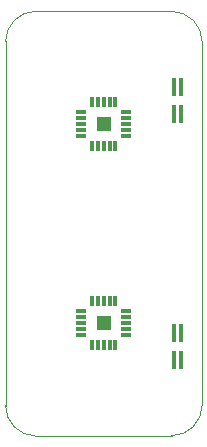
<source format=gbp>
G04 Layer_Color=128*
%FSLAX24Y24*%
%MOIN*%
G70*
G01*
G75*
%ADD15C,0.0040*%
%ADD18R,0.0500X0.0500*%
%ADD19R,0.0120X0.0340*%
%ADD20R,0.0340X0.0120*%
%ADD21R,0.0150X0.0600*%
D15*
X288Y13845D02*
G03*
X0Y13150I695J-695D01*
G01*
X1012Y14150D02*
G03*
X296Y13854I0J-1012D01*
G01*
X6262Y13845D02*
G03*
X5527Y14150I-735J-735D01*
G01*
X6550Y13150D02*
G03*
X6262Y13845I-984J0D01*
G01*
X6254Y296D02*
G03*
X6550Y1012I-715J715D01*
G01*
X5538Y0D02*
G03*
X6254Y296I0J1012D01*
G01*
X301Y285D02*
G03*
X990Y0I689J689D01*
G01*
X0Y1001D02*
G03*
X293Y293I1001J0D01*
G01*
X0Y2060D02*
Y13150D01*
X288Y13845D02*
X296Y13854D01*
X1012Y14150D02*
X5527D01*
X6550Y1012D02*
Y13150D01*
X990Y0D02*
X5538D01*
X293Y293D02*
X301Y285D01*
X0Y1001D02*
Y2060D01*
D18*
X3270Y3760D02*
D03*
Y10390D02*
D03*
D19*
X3660Y4500D02*
D03*
X3470D02*
D03*
X3270D02*
D03*
X3070D02*
D03*
X2880D02*
D03*
Y3020D02*
D03*
X3070D02*
D03*
X3270D02*
D03*
X3470D02*
D03*
X3660D02*
D03*
X2880Y9650D02*
D03*
X3070D02*
D03*
X3270D02*
D03*
X3470D02*
D03*
X3660D02*
D03*
Y11130D02*
D03*
X3470D02*
D03*
X3270D02*
D03*
X3070D02*
D03*
X2880D02*
D03*
D20*
X2530Y4150D02*
D03*
Y3960D02*
D03*
Y3760D02*
D03*
Y3560D02*
D03*
Y3370D02*
D03*
X4010D02*
D03*
Y3560D02*
D03*
Y3760D02*
D03*
Y3960D02*
D03*
Y4150D02*
D03*
Y10000D02*
D03*
Y10190D02*
D03*
Y10390D02*
D03*
Y10590D02*
D03*
Y10780D02*
D03*
X2530D02*
D03*
Y10590D02*
D03*
Y10390D02*
D03*
Y10190D02*
D03*
Y10000D02*
D03*
D21*
X5605Y3422D02*
D03*
X5855D02*
D03*
Y2522D02*
D03*
X5605D02*
D03*
Y11628D02*
D03*
X5855D02*
D03*
Y10728D02*
D03*
X5605D02*
D03*
M02*

</source>
